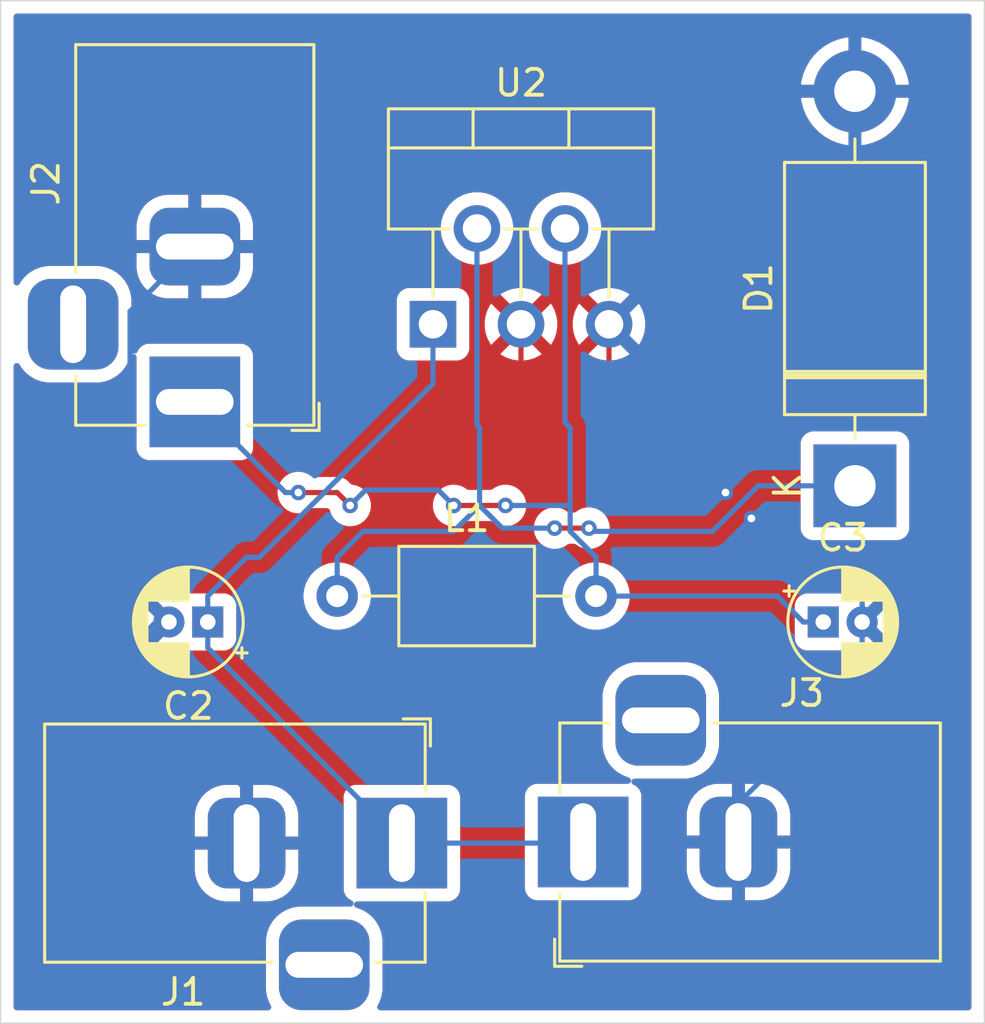
<source format=kicad_pcb>
(kicad_pcb (version 20241229) (generator "pcbnew") (generator_version "9.0")
  (layers (0 "F.Cu" signal) (2 "B.Cu" signal) (13 "F.Paste" user) (15 "B.Paste" user) (5 "F.SilkS" user "F.Silkscreen") (7 "B.SilkS" user "B.Silkscreen") (1 "F.Mask" user) (3 "B.Mask" user) (25 "Edge.Cuts" user))
  (net 0 "")
  (net 1 "Net-(D1-K)")
  (net 2 "Earth")
  (net 3 "Net-(U2-VIN)")
  (net 4 "Net-(U2-FB)")
  (footprint "Connector_BarrelJack:BarrelJack_Horizontal" (layer "F.Cu") (at 55.5 82.5425)
    (property "Reference" "J1" (at -8.45 5.75 0) (layer "F.SilkS"))
    (property "Value" "Jack-DC")
    (fp_line (start -13.8 -4.6) (end 0.9 -4.6) (stroke (width 0.12)) (layer "F.SilkS"))
    (fp_line (start -13.8 4.6) (end -13.8 -4.6) (stroke (width 0.12)) (layer "F.SilkS"))
    (fp_line (start -5 4.6) (end -13.8 4.6) (stroke (width 0.12)) (layer "F.SilkS"))
    (fp_line (start 0.05 -4.8) (end 1.1 -4.8) (stroke (width 0.12)) (layer "F.SilkS"))
    (fp_line (start 0.9 -4.6) (end 0.9 -2) (stroke (width 0.12)) (layer "F.SilkS"))
    (fp_line (start 0.9 1.9) (end 0.9 4.6) (stroke (width 0.12)) (layer "F.SilkS"))
    (fp_line (start 0.9 4.6) (end -1 4.6) (stroke (width 0.12)) (layer "F.SilkS"))
    (fp_line (start 1.1 -3.75) (end 1.1 -4.8) (stroke (width 0.12)) (layer "F.SilkS"))
    (pad "1" thru_hole rect (at 0 0) (size 3.5 3.5) (drill oval 1 3) (layers "*.Cu" "*.Mask") (net 3 "Net-(U2-VIN)"))
    (pad "2" thru_hole roundrect (at -6 0) (size 3 3.5) (drill oval 1 3) (layers "*.Cu" "*.Mask") (net 2 "Earth"))
    (pad "3" thru_hole roundrect (at -3 4.7) (size 3.5 3.5) (drill oval 3 1) (layers "*.Cu" "*.Mask"))
  )
  (footprint "Connector_BarrelJack:BarrelJack_Horizontal" (layer "F.Cu") (at 62.5 82.5 180)
    (property "Reference" "J3" (at -8.45 5.75 0) (layer "F.SilkS"))
    (property "Value" "Jack-DC")
    (fp_line (start 1.1 -3.75) (end 1.1 -4.8) (stroke (width 0.12)) (layer "F.SilkS"))
    (fp_line (start 0.9 4.6) (end -1 4.6) (stroke (width 0.12)) (layer "F.SilkS"))
    (fp_line (start 0.9 1.9) (end 0.9 4.6) (stroke (width 0.12)) (layer "F.SilkS"))
    (fp_line (start 0.9 -4.6) (end 0.9 -2) (stroke (width 0.12)) (layer "F.SilkS"))
    (fp_line (start 0.05 -4.8) (end 1.1 -4.8) (stroke (width 0.12)) (layer "F.SilkS"))
    (fp_line (start -5 4.6) (end -13.8 4.6) (stroke (width 0.12)) (layer "F.SilkS"))
    (fp_line (start -13.8 4.6) (end -13.8 -4.6) (stroke (width 0.12)) (layer "F.SilkS"))
    (fp_line (start -13.8 -4.6) (end 0.9 -4.6) (stroke (width 0.12)) (layer "F.SilkS"))
    (pad "1" thru_hole rect (at 0 0 180) (size 3.5 3.5) (drill oval 1 3) (layers "*.Cu" "*.Mask") (net 3 "Net-(U2-VIN)"))
    (pad "2" thru_hole roundrect (at -6 0 180) (size 3 3.5) (drill oval 1 3) (layers "*.Cu" "*.Mask") (net 2 "Earth"))
    (pad "3" thru_hole roundrect (at -3 4.7 180) (size 3.5 3.5) (drill oval 3 1) (layers "*.Cu" "*.Mask"))
  )
  (footprint "Diode_THT:D_DO-201AD_P15.24mm_Horizontal" (layer "F.Cu") (at 73 68.74 90)
    (property "Reference" "D1" (at 7.62 -3.72 90) (layer "F.SilkS"))
    (property "Value" "1N5821")
    (fp_line (start 12.49 -2.72) (end 2.75 -2.72) (stroke (width 0.12)) (layer "F.SilkS"))
    (fp_line (start 4.415 -2.72) (end 4.415 2.72) (stroke (width 0.12)) (layer "F.SilkS"))
    (fp_line (start 4.295 -2.72) (end 4.295 2.72) (stroke (width 0.12)) (layer "F.SilkS"))
    (fp_line (start 4.175 -2.72) (end 4.175 2.72) (stroke (width 0.12)) (layer "F.SilkS"))
    (fp_line (start 2.75 -2.72) (end 2.75 2.72) (stroke (width 0.12)) (layer "F.SilkS"))
    (fp_line (start 13.4 0) (end 12.49 0) (stroke (width 0.12)) (layer "F.SilkS"))
    (fp_line (start 1.84 0) (end 2.75 0) (stroke (width 0.12)) (layer "F.SilkS"))
    (fp_line (start 12.49 2.72) (end 12.49 -2.72) (stroke (width 0.12)) (layer "F.SilkS"))
    (fp_line (start 2.75 2.72) (end 12.49 2.72) (stroke (width 0.12)) (layer "F.SilkS"))
    (fp_text user "K" (at 0 -2.6 90) (layer "F.SilkS"))
    (pad "1" thru_hole rect (at 0 0 90) (size 3.2 3.2) (drill 1.6) (layers "*.Cu" "*.Mask") (net 1 "Net-(D1-K)"))
    (pad "2" thru_hole oval (at 15.24 0 90) (size 3.2 3.2) (drill 1.6) (layers "*.Cu" "*.Mask") (net 2 "Earth"))
  )
  (footprint "Inductor_THT:L_Axial_L5.0mm_D3.6mm_P10.00mm_Horizontal_Murata_BL01RN1A2A2" (layer "F.Cu") (at 53 73)
    (property "Reference" "L1" (at 5 -3 0) (layer "F.SilkS"))
    (property "Value" "L")
    (fp_line (start 1 0) (end 2.38 0) (stroke (width 0.12)) (layer "F.SilkS"))
    (fp_line (start 2.38 -1.92) (end 2.38 1.92) (stroke (width 0.12)) (layer "F.SilkS"))
    (fp_line (start 2.38 1.92) (end 7.62 1.92) (stroke (width 0.12)) (layer "F.SilkS"))
    (fp_line (start 7.62 -1.92) (end 2.38 -1.92) (stroke (width 0.12)) (layer "F.SilkS"))
    (fp_line (start 7.62 1.92) (end 7.62 -1.92) (stroke (width 0.12)) (layer "F.SilkS"))
    (fp_line (start 9 0) (end 7.62 0) (stroke (width 0.12)) (layer "F.SilkS"))
    (pad "1" thru_hole circle (at 0 0) (size 1.6 1.6) (drill 0.85) (layers "*.Cu" "*.Mask") (net 1 "Net-(D1-K)"))
    (pad "2" thru_hole oval (at 10 0) (size 1.6 1.6) (drill 0.85) (layers "*.Cu" "*.Mask") (net 4 "Net-(U2-FB)"))
  )
  (footprint "Package_TO_SOT_THT:TO-220-5_P3.4x3.7mm_StaggerOdd_Lead3.8mm_Vertical" (layer "F.Cu") (at 56.7 62.5)
    (property "Reference" "U2" (at 3.4 -9.32 0) (layer "F.SilkS"))
    (property "Value" "LM2596T-5")
    (fp_line (start -1.721 -8.32) (end -1.721 -3.679) (stroke (width 0.12)) (layer "F.SilkS"))
    (fp_line (start -1.721 -8.32) (end 8.52 -8.32) (stroke (width 0.12)) (layer "F.SilkS"))
    (fp_line (start -1.721 -6.811) (end 8.52 -6.811) (stroke (width 0.12)) (layer "F.SilkS"))
    (fp_line (start -1.721 -3.679) (end 0.635 -3.679) (stroke (width 0.12)) (layer "F.SilkS"))
    (fp_line (start 0 -3.679) (end 0 -1.049) (stroke (width 0.12)) (layer "F.SilkS"))
    (fp_line (start 1.55 -8.32) (end 1.55 -6.811) (stroke (width 0.12)) (layer "F.SilkS"))
    (fp_line (start 2.765 -3.679) (end 4.035 -3.679) (stroke (width 0.12)) (layer "F.SilkS"))
    (fp_line (start 3.4 -3.679) (end 3.4 -1.065) (stroke (width 0.12)) (layer "F.SilkS"))
    (fp_line (start 5.25 -8.32) (end 5.25 -6.811) (stroke (width 0.12)) (layer "F.SilkS"))
    (fp_line (start 6.165 -3.679) (end 8.52 -3.679) (stroke (width 0.12)) (layer "F.SilkS"))
    (fp_line (start 6.8 -3.679) (end 6.8 -1.065) (stroke (width 0.12)) (layer "F.SilkS"))
    (fp_line (start 8.52 -8.32) (end 8.52 -3.679) (stroke (width 0.12)) (layer "F.SilkS"))
    (pad "1" thru_hole rect (at 0 0) (size 1.8 1.8) (drill 1.1) (layers "*.Cu" "*.Mask") (net 3 "Net-(U2-VIN)"))
    (pad "2" thru_hole circle (at 1.7 -3.7) (size 1.8 1.8) (drill 1.1) (layers "*.Cu" "*.Mask") (net 1 "Net-(D1-K)"))
    (pad "3" thru_hole circle (at 3.4 0) (size 1.8 1.8) (drill 1.1) (layers "*.Cu" "*.Mask") (net 2 "Earth"))
    (pad "4" thru_hole circle (at 5.1 -3.7) (size 1.8 1.8) (drill 1.1) (layers "*.Cu" "*.Mask") (net 4 "Net-(U2-FB)"))
    (pad "5" thru_hole circle (at 6.8 0) (size 1.8 1.8) (drill 1.1) (layers "*.Cu" "*.Mask") (net 2 "Earth"))
  )
  (footprint "Connector_BarrelJack:BarrelJack_Horizontal" (layer "F.Cu") (at 47.5 65.5 -90)
    (property "Reference" "J2" (at -8.45 5.75 90) (layer "F.SilkS"))
    (property "Value" "Jack-DC")
    (fp_line (start -13.8 4.6) (end -13.8 -4.6) (stroke (width 0.12)) (layer "F.SilkS"))
    (fp_line (start -5 4.6) (end -13.8 4.6) (stroke (width 0.12)) (layer "F.SilkS"))
    (fp_line (start 0.9 4.6) (end -1 4.6) (stroke (width 0.12)) (layer "F.SilkS"))
    (fp_line (start 0.9 1.9) (end 0.9 4.6) (stroke (width 0.12)) (layer "F.SilkS"))
    (fp_line (start 1.1 -3.75) (end 1.1 -4.8) (stroke (width 0.12)) (layer "F.SilkS"))
    (fp_line (start -13.8 -4.6) (end 0.9 -4.6) (stroke (width 0.12)) (layer "F.SilkS"))
    (fp_line (start 0.9 -4.6) (end 0.9 -2) (stroke (width 0.12)) (layer "F.SilkS"))
    (fp_line (start 0.05 -4.8) (end 1.1 -4.8) (stroke (width 0.12)) (layer "F.SilkS"))
    (pad "1" thru_hole rect (at 0 0 270) (size 3.5 3.5) (drill oval 1 3) (layers "*.Cu" "*.Mask") (net 4 "Net-(U2-FB)"))
    (pad "2" thru_hole roundrect (at -6 0 270) (size 3 3.5) (drill oval 1 3) (layers "*.Cu" "*.Mask") (net 2 "Earth"))
    (pad "3" thru_hole roundrect (at -3 4.7 270) (size 3.5 3.5) (drill oval 3 1) (layers "*.Cu" "*.Mask"))
  )
  (footprint "Capacitor_THT:CP_Radial_D4.0mm_P1.50mm" (layer "F.Cu") (at 48 74 180)
    (property "Reference" "C2" (at 0.75 -3.25 0) (layer "F.SilkS"))
    (property "Value" "C_Small_US")
    (fp_line (start 2.83 -0.37) (end 2.83 0.37) (stroke (width 0.12)) (layer "F.SilkS"))
    (fp_line (start 2.79 -0.537) (end 2.79 0.537) (stroke (width 0.12)) (layer "F.SilkS"))
    (fp_line (start 2.75 -0.663) (end 2.75 0.663) (stroke (width 0.12)) (layer "F.SilkS"))
    (fp_line (start 2.71 -0.768) (end 2.71 0.768) (stroke (width 0.12)) (layer "F.SilkS"))
    (fp_line (start 2.67 -0.859) (end 2.67 0.859) (stroke (width 0.12)) (layer "F.SilkS"))
    (fp_line (start 2.63 -0.94) (end 2.63 0.94) (stroke (width 0.12)) (layer "F.SilkS"))
    (fp_line (start 2.59 -1.013) (end 2.59 1.013) (stroke (width 0.12)) (layer "F.SilkS"))
    (fp_line (start 2.55 -1.08) (end 2.55 1.08) (stroke (width 0.12)) (layer "F.SilkS"))
    (fp_line (start 2.51 -1.142) (end 2.51 1.142) (stroke (width 0.12)) (layer "F.SilkS"))
    (fp_line (start 2.47 -1.199) (end 2.47 1.199) (stroke (width 0.12)) (layer "F.SilkS"))
    (fp_line (start 2.43 -1.253) (end 2.43 1.253) (stroke (width 0.12)) (layer "F.SilkS"))
    (fp_line (start 2.39 -1.303) (end 2.39 1.303) (stroke (width 0.12)) (layer "F.SilkS"))
    (fp_line (start 2.35 -1.351) (end 2.35 1.351) (stroke (width 0.12)) (layer "F.SilkS"))
    (fp_line (start 2.31 0.84) (end 2.31 1.396) (stroke (width 0.12)) (layer "F.SilkS"))
    (fp_line (start 2.31 -1.396) (end 2.31 -0.84) (stroke (width 0.12)) (layer "F.SilkS"))
    (fp_line (start 2.27 0.84) (end 2.27 1.438) (stroke (width 0.12)) (layer "F.SilkS"))
    (fp_line (start 2.27 -1.438) (end 2.27 -0.84) (stroke (width 0.12)) (layer "F.SilkS"))
    (fp_line (start 2.23 0.84) (end 2.23 1.478) (stroke (width 0.12)) (layer "F.SilkS"))
    (fp_line (start 2.23 -1.478) (end 2.23 -0.84) (stroke (width 0.12)) (layer "F.SilkS"))
    (fp_line (start 2.19 0.84) (end 2.19 1.516) (stroke (width 0.12)) (layer "F.SilkS"))
    (fp_line (start 2.19 -1.516) (end 2.19 -0.84) (stroke (width 0.12)) (layer "F.SilkS"))
    (fp_line (start 2.15 0.84) (end 2.15 1.552) (stroke (width 0.12)) (layer "F.SilkS"))
    (fp_line (start 2.15 -1.552) (end 2.15 -0.84) (stroke (width 0.12)) (layer "F.SilkS"))
    (fp_line (start 2.11 0.84) (end 2.11 1.586) (stroke (width 0.12)) (layer "F.SilkS"))
    (fp_line (start 2.11 -1.586) (end 2.11 -0.84) (stroke (width 0.12)) (layer "F.SilkS"))
    (fp_line (start 2.07 0.84) (end 2.07 1.619) (stroke (width 0.12)) (layer "F.SilkS"))
    (fp_line (start 2.07 -1.619) (end 2.07 -0.84) (stroke (width 0.12)) (layer "F.SilkS"))
    (fp_line (start 2.03 0.84) (end 2.03 1.65) (stroke (width 0.12)) (layer "F.SilkS"))
    (fp_line (start 2.03 -1.65) (end 2.03 -0.84) (stroke (width 0.12)) (layer "F.SilkS"))
    (fp_line (start 1.99 0.84) (end 1.99 1.68) (stroke (width 0.12)) (layer "F.SilkS"))
    (fp_line (start 1.99 -1.68) (end 1.99 -0.84) (stroke (width 0.12)) (layer "F.SilkS"))
    (fp_line (start 1.95 0.84) (end 1.95 1.708) (stroke (width 0.12)) (layer "F.SilkS"))
    (fp_line (start 1.95 -1.708) (end 1.95 -0.84) (stroke (width 0.12)) (layer "F.SilkS"))
    (fp_line (start 1.91 0.84) (end 1.91 1.734) (stroke (width 0.12)) (layer "F.SilkS"))
    (fp_line (start 1.91 -1.734) (end 1.91 -0.84) (stroke (width 0.12)) (layer "F.SilkS"))
    (fp_line (start 1.87 0.84) (end 1.87 1.76) (stroke (width 0.12)) (layer "F.SilkS"))
    (fp_line (start 1.87 -1.76) (end 1.87 -0.84) (stroke (width 0.12)) (layer "F.SilkS"))
    (fp_line (start 1.83 0.84) (end 1.83 1.784) (stroke (width 0.12)) (layer "F.SilkS"))
    (fp_line (start 1.83 -1.784) (end 1.83 -0.84) (stroke (width 0.12)) (layer "F.SilkS"))
    (fp_line (start 1.79 0.84) (end 1.79 1.807) (stroke (width 0.12)) (layer "F.SilkS"))
    (fp_line (start 1.79 -1.807) (end 1.79 -0.84) (stroke (width 0.12)) (layer "F.SilkS"))
    (fp_line (start 1.75 0.84) (end 1.75 1.829) (stroke (width 0.12)) (layer "F.SilkS"))
    (fp_line (start 1.75 -1.829) (end 1.75 -0.84) (stroke (width 0.12)) (layer "F.SilkS"))
    (fp_line (start 1.71 0.84) (end 1.71 1.85) (stroke (width 0.12)) (layer "F.SilkS"))
    (fp_line (start 1.71 -1.85) (end 1.71 -0.84) (stroke (width 0.12)) (layer "F.SilkS"))
    (fp_line (start 1.67 0.84) (end 1.67 1.87) (stroke (width 0.12)) (layer "F.SilkS"))
    (fp_line (start 1.67 -1.87) (end 1.67 -0.84) (stroke (width 0.12)) (layer "F.SilkS"))
    (fp_line (start 1.63 0.84) (end 1.63 1.889) (stroke (width 0.12)) (layer "F.SilkS"))
    (fp_line (start 1.63 -1.889) (end 1.63 -0.84) (stroke (width 0.12)) (layer "F.SilkS"))
    (fp_line (start 1.59 0.84) (end 1.59 1.906) (stroke (width 0.12)) (layer "F.SilkS"))
    (fp_line (start 1.59 -1.906) (end 1.59 -0.84) (stroke (width 0.12)) (layer "F.SilkS"))
    (fp_line (start 1.55 0.84) (end 1.55 1.923) (stroke (width 0.12)) (layer "F.SilkS"))
    (fp_line (start 1.55 -1.923) (end 1.55 -0.84) (stroke (width 0.12)) (layer "F.SilkS"))
    (fp_line (start 1.51 0.84) (end 1.51 1.939) (stroke (width 0.12)) (layer "F.SilkS"))
    (fp_line (start 1.51 -1.939) (end 1.51 -0.84) (stroke (width 0.12)) (layer "F.SilkS"))
    (fp_line (start 1.47 0.84) (end 1.47 1.954) (stroke (width 0.12)) (layer "F.SilkS"))
    (fp_line (start 1.47 -1.954) (end 1.47 -0.84) (stroke (width 0.12)) (layer "F.SilkS"))
    (fp_line (start 1.43 0.84) (end 1.43 1.968) (stroke (width 0.12)) (layer "F.SilkS"))
    (fp_line (start 1.43 -1.968) (end 1.43 -0.84) (stroke (width 0.12)) (layer "F.SilkS"))
    (fp_line (start 1.39 0.84) (end 1.39 1.981) (stroke (width 0.12)) (layer "F.SilkS"))
    (fp_line (start 1.39 -1.981) (end 1.39 -0.84) (stroke (width 0.12)) (layer "F.SilkS"))
    (fp_line (start 1.35 0.84) (end 1.35 1.993) (stroke (width 0.12)) (layer "F.SilkS"))
    (fp_line (start 1.35 -1.993) (end 1.35 -0.84) (stroke (width 0.12)) (layer "F.SilkS"))
    (fp_line (start 1.31 0.84) (end 1.31 2.005) (stroke (width 0.12)) (layer "F.SilkS"))
    (fp_line (start 1.31 -2.005) (end 1.31 -0.84) (stroke (width 0.12)) (layer "F.SilkS"))
    (fp_line (start 1.27 0.84) (end 1.27 2.015) (stroke (width 0.12)) (layer "F.SilkS"))
    (fp_line (start 1.27 -2.015) (end 1.27 -0.84) (stroke (width 0.12)) (layer "F.SilkS"))
    (fp_line (start 1.23 0.84) (end 1.23 2.025) (stroke (width 0.12)) (layer "F.SilkS"))
    (fp_line (start 1.23 -2.025) (end 1.23 -0.84) (stroke (width 0.12)) (layer "F.SilkS"))
    (fp_line (start 1.19 0.84) (end 1.19 2.034) (stroke (width 0.12)) (layer "F.SilkS"))
    (fp_line (start 1.19 -2.034) (end 1.19 -0.84) (stroke (width 0.12)) (layer "F.SilkS"))
    (fp_line (start 1.15 0.84) (end 1.15 2.042) (stroke (width 0.12)) (layer "F.SilkS"))
    (fp_line (start 1.15 -2.042) (end 1.15 -0.84) (stroke (width 0.12)) (layer "F.SilkS"))
    (fp_line (start 1.11 0.84) (end 1.11 2.049) (stroke (width 0.12)) (layer "F.SilkS"))
    (fp_line (start 1.11 -2.049) (end 1.11 -0.84) (stroke (width 0.12)) (layer "F.SilkS"))
    (fp_line (start 1.07 0.84) (end 1.07 2.056) (stroke (width 0.12)) (layer "F.SilkS"))
    (fp_line (start 1.07 -2.056) (end 1.07 -0.84) (stroke (width 0.12)) (layer "F.SilkS"))
    (fp_line (start 1.03 0.84) (end 1.03 2.061) (stroke (width 0.12)) (layer "F.SilkS"))
    (fp_line (start 1.03 -2.061) (end 1.03 -0.84) (stroke (width 0.12)) (layer "F.SilkS"))
    (fp_line (start 0.99 0.84) (end 0.99 2.066) (stroke (width 0.12)) (layer "F.SilkS"))
    (fp_line (start 0.99 -2.066) (end 0.99 -0.84) (stroke (width 0.12)) (layer "F.SilkS"))
    (fp_line (start 0.95 0.84) (end 0.95 2.071) (stroke (width 0.12)) (layer "F.SilkS"))
    (fp_line (start 0.95 -2.071) (end 0.95 -0.84) (stroke (width 0.12)) (layer "F.SilkS"))
    (fp_line (start 0.91 0.84) (end 0.91 2.074) (stroke (width 0.12)) (layer "F.SilkS"))
    (fp_line (start 0.91 -2.074) (end 0.91 -0.84) (stroke (width 0.12)) (layer "F.SilkS"))
    (fp_line (start 0.87 0.84) (end 0.87 2.077) (stroke (width 0.12)) (layer "F.SilkS"))
    (fp_line (start 0.87 -2.077) (end 0.87 -0.84) (stroke (width 0.12)) (layer "F.SilkS"))
    (fp_line (start 0.83 0.84) (end 0.83 2.078) (stroke (width 0.12)) (layer "F.SilkS"))
    (fp_line (start 0.83 -2.078) (end 0.83 -0.84) (stroke (width 0.12)) (layer "F.SilkS"))
    (fp_line (start 0.79 0.84) (end 0.79 2.08) (stroke (width 0.12)) (layer "F.SilkS"))
    (fp_line (start 0.79 -2.08) (end 0.79 -0.84) (stroke (width 0.12)) (layer "F.SilkS"))
    (fp_line (start 0.75 0.84) (end 0.75 2.08) (stroke (width 0.12)) (layer "F.SilkS"))
    (fp_line (start 0.75 -2.08) (end 0.75 -0.84) (stroke (width 0.12)) (layer "F.SilkS"))
    (fp_line (start -1.319801 -1.395) (end -1.319801 -0.995) (stroke (width 0.12)) (layer "F.SilkS"))
    (fp_line (start -1.519801 -1.195) (end -1.119801 -1.195) (stroke (width 0.12)) (layer "F.SilkS"))
    (fp_circle (center 0.75 0) (end 2.87 0) (stroke (width 0.12)) (fill no) (layer "F.SilkS"))
    (pad "1" thru_hole rect (at 0 0 180) (size 1.2 1.2) (drill 0.6) (layers "*.Cu" "*.Mask") (net 3 "Net-(U2-VIN)"))
    (pad "2" thru_hole circle (at 1.5 0 180) (size 1.2 1.2) (drill 0.6) (layers "*.Cu" "*.Mask") (net 2 "Earth"))
  )
  (footprint "Capacitor_THT:CP_Radial_D4.0mm_P1.50mm" (layer "F.Cu") (at 71.777401 74)
    (property "Reference" "C3" (at 0.75 -3.25 0) (layer "F.SilkS"))
    (property "Value" "C_Small_US")
    (fp_line (start -1.519801 -1.195) (end -1.119801 -1.195) (stroke (width 0.12)) (layer "F.SilkS"))
    (fp_line (start -1.319801 -1.395) (end -1.319801 -0.995) (stroke (width 0.12)) (layer "F.SilkS"))
    (fp_line (start 0.75 -2.08) (end 0.75 -0.84) (stroke (width 0.12)) (layer "F.SilkS"))
    (fp_line (start 0.75 0.84) (end 0.75 2.08) (stroke (width 0.12)) (layer "F.SilkS"))
    (fp_line (start 0.79 -2.08) (end 0.79 -0.84) (stroke (width 0.12)) (layer "F.SilkS"))
    (fp_line (start 0.79 0.84) (end 0.79 2.08) (stroke (width 0.12)) (layer "F.SilkS"))
    (fp_line (start 0.83 -2.078) (end 0.83 -0.84) (stroke (width 0.12)) (layer "F.SilkS"))
    (fp_line (start 0.83 0.84) (end 0.83 2.078) (stroke (width 0.12)) (layer "F.SilkS"))
    (fp_line (start 0.87 -2.077) (end 0.87 -0.84) (stroke (width 0.12)) (layer "F.SilkS"))
    (fp_line (start 0.87 0.84) (end 0.87 2.077) (stroke (width 0.12)) (layer "F.SilkS"))
    (fp_line (start 0.91 -2.074) (end 0.91 -0.84) (stroke (width 0.12)) (layer "F.SilkS"))
    (fp_line (start 0.91 0.84) (end 0.91 2.074) (stroke (width 0.12)) (layer "F.SilkS"))
    (fp_line (start 0.95 -2.071) (end 0.95 -0.84) (stroke (width 0.12)) (layer "F.SilkS"))
    (fp_line (start 0.95 0.84) (end 0.95 2.071) (stroke (width 0.12)) (layer "F.SilkS"))
    (fp_line (start 0.99 -2.066) (end 0.99 -0.84) (stroke (width 0.12)) (layer "F.SilkS"))
    (fp_line (start 0.99 0.84) (end 0.99 2.066) (stroke (width 0.12)) (layer "F.SilkS"))
    (fp_line (start 1.03 -2.061) (end 1.03 -0.84) (stroke (width 0.12)) (layer "F.SilkS"))
    (fp_line (start 1.03 0.84) (end 1.03 2.061) (stroke (width 0.12)) (layer "F.SilkS"))
    (fp_line (start 1.07 -2.056) (end 1.07 -0.84) (stroke (width 0.12)) (layer "F.SilkS"))
    (fp_line (start 1.07 0.84) (end 1.07 2.056) (stroke (width 0.12)) (layer "F.SilkS"))
    (fp_line (start 1.11 -2.049) (end 1.11 -0.84) (stroke (width 0.12)) (layer "F.SilkS"))
    (fp_line (start 1.11 0.84) (end 1.11 2.049) (stroke (width 0.12)) (layer "F.SilkS"))
    (fp_line (start 1.15 -2.042) (end 1.15 -0.84) (stroke (width 0.12)) (layer "F.SilkS"))
    (fp_line (start 1.15 0.84) (end 1.15 2.042) (stroke (width 0.12)) (layer "F.SilkS"))
    (fp_line (start 1.19 -2.034) (end 1.19 -0.84) (stroke (width 0.12)) (layer "F.SilkS"))
    (fp_line (start 1.19 0.84) (end 1.19 2.034) (stroke (width 0.12)) (layer "F.SilkS"))
    (fp_line (start 1.23 -2.025) (end 1.23 -0.84) (stroke (width 0.12)) (layer "F.SilkS"))
    (fp_line (start 1.23 0.84) (end 1.23 2.025) (stroke (width 0.12)) (layer "F.SilkS"))
    (fp_line (start 1.27 -2.015) (end 1.27 -0.84) (stroke (width 0.12)) (layer "F.SilkS"))
    (fp_line (start 1.27 0.84) (end 1.27 2.015) (stroke (width 0.12)) (layer "F.SilkS"))
    (fp_line (start 1.31 -2.005) (end 1.31 -0.84) (stroke (width 0.12)) (layer "F.SilkS"))
    (fp_line (start 1.31 0.84) (end 1.31 2.005) (stroke (width 0.12)) (layer "F.SilkS"))
    (fp_line (start 1.35 -1.993) (end 1.35 -0.84) (stroke (width 0.12)) (layer "F.SilkS"))
    (fp_line (start 1.35 0.84) (end 1.35 1.993) (stroke (width 0.12)) (layer "F.SilkS"))
    (fp_line (start 1.39 -1.981) (end 1.39 -0.84) (stroke (width 0.12)) (layer "F.SilkS"))
    (fp_line (start 1.39 0.84) (end 1.39 1.981) (stroke (width 0.12)) (layer "F.SilkS"))
    (fp_line (start 1.43 -1.968) (end 1.43 -0.84) (stroke (width 0.12)) (layer "F.SilkS"))
    (fp_line (start 1.43 0.84) (end 1.43 1.968) (stroke (width 0.12)) (layer "F.SilkS"))
    (fp_line (start 1.47 -1.954) (end 1.47 -0.84) (stroke (width 0.12)) (layer "F.SilkS"))
    (fp_line (start 1.47 0.84) (end 1.47 1.954) (stroke (width 0.12)) (layer "F.SilkS"))
    (fp_line (start 1.51 -1.939) (end 1.51 -0.84) (stroke (width 0.12)) (layer "F.SilkS"))
    (fp_line (start 1.51 0.84) (end 1.51 1.939) (stroke (width 0.12)) (layer "F.SilkS"))
    (fp_line (start 1.55 -1.923) (end 1.55 -0.84) (stroke (width 0.12)) (layer "F.SilkS"))
    (fp_line (start 1.55 0.84) (end 1.55 1.923) (stroke (width 0.12)) (layer "F.SilkS"))
    (fp_line (start 1.59 -1.906) (end 1.59 -0.84) (stroke (width 0.12)) (layer "F.SilkS"))
    (fp_line (start 1.59 0.84) (end 1.59 1.906) (stroke (width 0.12)) (layer "F.SilkS"))
    (fp_line (start 1.63 -1.889) (end 1.63 -0.84) (stroke (width 0.12)) (layer "F.SilkS"))
    (fp_line (start 1.63 0.84) (end 1.63 1.889) (stroke (width 0.12)) (layer "F.SilkS"))
    (fp_line (start 1.67 -1.87) (end 1.67 -0.84) (stroke (width 0.12)) (layer "F.SilkS"))
    (fp_line (start 1.67 0.84) (end 1.67 1.87) (stroke (width 0.12)) (layer "F.SilkS"))
    (fp_line (start 1.71 -1.85) (end 1.71 -0.84) (stroke (width 0.12)) (layer "F.SilkS"))
    (fp_line (start 1.71 0.84) (end 1.71 1.85) (stroke (width 0.12)) (layer "F.SilkS"))
    (fp_line (start 1.75 -1.829) (end 1.75 -0.84) (stroke (width 0.12)) (layer "F.SilkS"))
    (fp_line (start 1.75 0.84) (end 1.75 1.829) (stroke (width 0.12)) (layer "F.SilkS"))
    (fp_line (start 1.79 -1.807) (end 1.79 -0.84) (stroke (width 0.12)) (layer "F.SilkS"))
    (fp_line (start 1.79 0.84) (end 1.79 1.807) (stroke (width 0.12)) (layer "F.SilkS"))
    (fp_line (start 1.83 -1.784) (end 1.83 -0.84) (stroke (width 0.12)) (layer "F.SilkS"))
    (fp_line (start 1.83 0.84) (end 1.83 1.784) (stroke (width 0.12)) (layer "F.SilkS"))
    (fp_line (start 1.87 -1.76) (end 1.87 -0.84) (stroke (width 0.12)) (layer "F.SilkS"))
    (fp_line (start 1.87 0.84) (end 1.87 1.76) (stroke (width 0.12)) (layer "F.SilkS"))
    (fp_line (start 1.91 -1.734) (end 1.91 -0.84) (stroke (width 0.12)) (layer "F.SilkS"))
    (fp_line (start 1.91 0.84) (end 1.91 1.734) (stroke (width 0.12)) (layer "F.SilkS"))
    (fp_line (start 1.95 -1.708) (end 1.95 -0.84) (stroke (width 0.12)) (layer "F.SilkS"))
    (fp_line (start 1.95 0.84) (end 1.95 1.708) (stroke (width 0.12)) (layer "F.SilkS"))
    (fp_line (start 1.99 -1.68) (end 1.99 -0.84) (stroke (width 0.12)) (layer "F.SilkS"))
    (fp_line (start 1.99 0.84) (end 1.99 1.68) (stroke (width 0.12)) (layer "F.SilkS"))
    (fp_line (start 2.03 -1.65) (end 2.03 -0.84) (stroke (width 0.12)) (layer "F.SilkS"))
    (fp_line (start 2.03 0.84) (end 2.03 1.65) (stroke (width 0.12)) (layer "F.SilkS"))
    (fp_line (start 2.07 -1.619) (end 2.07 -0.84) (stroke (width 0.12)) (layer "F.SilkS"))
    (fp_line (start 2.07 0.84) (end 2.07 1.619) (stroke (width 0.12)) (layer "F.SilkS"))
    (fp_line (start 2.11 -1.586) (end 2.11 -0.84) (stroke (width 0.12)) (layer "F.SilkS"))
    (fp_line (start 2.11 0.84) (end 2.11 1.586) (stroke (width 0.12)) (layer "F.SilkS"))
    (fp_line (start 2.15 -1.552) (end 2.15 -0.84) (stroke (width 0.12)) (layer "F.SilkS"))
    (fp_line (start 2.15 0.84) (end 2.15 1.552) (stroke (width 0.12)) (layer "F.SilkS"))
    (fp_line (start 2.19 -1.516) (end 2.19 -0.84) (stroke (width 0.12)) (layer "F.SilkS"))
    (fp_line (start 2.19 0.84) (end 2.19 1.516) (stroke (width 0.12)) (layer "F.SilkS"))
    (fp_line (start 2.23 -1.478) (end 2.23 -0.84) (stroke (width 0.12)) (layer "F.SilkS"))
    (fp_line (start 2.23 0.84) (end 2.23 1.478) (stroke (width 0.12)) (layer "F.SilkS"))
    (fp_line (start 2.27 -1.438) (end 2.27 -0.84) (stroke (width 0.12)) (layer "F.SilkS"))
    (fp_line (start 2.27 0.84) (end 2.27 1.438) (stroke (width 0.12)) (layer "F.SilkS"))
    (fp_line (start 2.31 -1.396) (end 2.31 -0.84) (stroke (width 0.12)) (layer "F.SilkS"))
    (fp_line (start 2.31 0.84) (end 2.31 1.396) (stroke (width 0.12)) (layer "F.SilkS"))
    (fp_line (start 2.35 -1.351) (end 2.35 1.351) (stroke (width 0.12)) (layer "F.SilkS"))
    (fp_line (start 2.39 -1.303) (end 2.39 1.303) (stroke (width 0.12)) (layer "F.SilkS"))
    (fp_line (start 2.43 -1.253) (end 2.43 1.253) (stroke (width 0.12)) (layer "F.SilkS"))
    (fp_line (start 2.47 -1.199) (end 2.47 1.199) (stroke (width 0.12)) (layer "F.SilkS"))
    (fp_line (start 2.51 -1.142) (end 2.51 1.142) (stroke (width 0.12)) (layer "F.SilkS"))
    (fp_line (start 2.55 -1.08) (end 2.55 1.08) (stroke (width 0.12)) (layer "F.SilkS"))
    (fp_line (start 2.59 -1.013) (end 2.59 1.013) (stroke (width 0.12)) (layer "F.SilkS"))
    (fp_line (start 2.63 -0.94) (end 2.63 0.94) (stroke (width 0.12)) (layer "F.SilkS"))
    (fp_line (start 2.67 -0.859) (end 2.67 0.859) (stroke (width 0.12)) (layer "F.SilkS"))
    (fp_line (start 2.71 -0.768) (end 2.71 0.768) (stroke (width 0.12)) (layer "F.SilkS"))
    (fp_line (start 2.75 -0.663) (end 2.75 0.663) (stroke (width 0.12)) (layer "F.SilkS"))
    (fp_line (start 2.79 -0.537) (end 2.79 0.537) (stroke (width 0.12)) (layer "F.SilkS"))
    (fp_line (start 2.83 -0.37) (end 2.83 0.37) (stroke (width 0.12)) (layer "F.SilkS"))
    (fp_circle (center 0.75 0) (end 2.87 0) (stroke (width 0.12)) (fill no) (layer "F.SilkS"))
    (pad "1" thru_hole rect (at 0 0) (size 1.2 1.2) (drill 0.6) (layers "*.Cu" "*.Mask") (net 4 "Net-(U2-FB)"))
    (pad "2" thru_hole circle (at 1.5 0) (size 1.2 1.2) (drill 0.6) (layers "*.Cu" "*.Mask") (net 2 "Earth"))
  )
  (gr_line (start 40 50) (end 78 50) (stroke (width 0.05)) (layer "Edge.Cuts"))
  (gr_line (start 40 89.5) (end 40 50) (stroke (width 0.05)) (layer "Edge.Cuts"))
  (gr_line (start 78 50) (end 78 89.5) (stroke (width 0.05)) (layer "Edge.Cuts"))
  (gr_line (start 78 89.5) (end 40 89.5) (stroke (width 0.05)) (layer "Edge.Cuts"))
  (segment (start 61.624265 70.375735) (end 61.5 70.5) (width 0.2) (layer "F.Cu") (net 1))
  (segment (start 62.724265 70.375735) (end 61.624265 70.375735) (width 0.2) (layer "F.Cu") (net 1))
  (segment (start 61.5 70.5) (end 61.4 70.4) (width 0.2) (layer "F.Cu") (net 1))
  (segment (start 61.4 70.4) (end 61.4 70.375735) (width 0.2) (layer "F.Cu") (net 1))
  (via (at 61.4 70.375735) (size 0.6) (drill 0.3) (layers "F.Cu" "B.Cu") (net 1))
  (via (at 62.724265 70.375735) (size 0.6) (drill 0.3) (layers "F.Cu" "B.Cu") (net 1))
  (segment (start 53 73.5) (end 53 71.5) (width 0.2) (layer "B.Cu") (net 1))
  (segment (start 58.5 69.5) (end 58.5 66.5) (width 0.2) (layer "B.Cu") (net 1))
  (segment (start 69.26 68.74) (end 67.5 70.5) (width 0.2) (layer "B.Cu") (net 1))
  (segment (start 57.5 70.5) (end 58.5 69.5) (width 0.2) (layer "B.Cu") (net 1))
  (segment (start 58.4 58.8) (end 58.4 66.4) (width 0.2) (layer "B.Cu") (net 1))
  (segment (start 58.4 66.4) (end 58.5 66.5) (width 0.2) (layer "B.Cu") (net 1))
  (segment (start 67.5 70.5) (end 62.84853 70.5) (width 0.2) (layer "B.Cu") (net 1))
  (segment (start 54 70.5) (end 57.5 70.5) (width 0.2) (layer "B.Cu") (net 1))
  (segment (start 62.84853 70.5) (end 62.724265 70.375735) (width 0.2) (layer "B.Cu") (net 1))
  (segment (start 59.375735 70.375735) (end 58.5 69.5) (width 0.2) (layer "B.Cu") (net 1))
  (segment (start 61.4 70.375735) (end 59.375735 70.375735) (width 0.2) (layer "B.Cu") (net 1))
  (segment (start 73 68.74) (end 69.26 68.74) (width 0.2) (layer "B.Cu") (net 1))
  (segment (start 53 71.5) (end 54 70.5) (width 0.2) (layer "B.Cu") (net 1))
  (segment (start 68 69) (end 69 70) (width 0.2) (layer "F.Cu") (net 2))
  (segment (start 60.5 65.5) (end 63.2 65.5) (width 0.2) (layer "F.Cu") (net 2))
  (segment (start 63.2 65.5) (end 63.5 65.2) (width 0.2) (layer "F.Cu") (net 2))
  (segment (start 60.1 62.5) (end 60.1 65.1) (width 0.2) (layer "F.Cu") (net 2))
  (segment (start 60.1 65.1) (end 60.5 65.5) (width 0.2) (layer "F.Cu") (net 2))
  (segment (start 63.5 65.2) (end 63.5 62.5) (width 0.2) (layer "F.Cu") (net 2))
  (via (at 69 70) (size 0.6) (drill 0.3) (layers "F.Cu" "B.Cu") (net 2))
  (via (at 68 69) (size 0.6) (drill 0.3) (layers "F.Cu" "B.Cu") (net 2))
  (segment (start 70 71) (end 72 71) (width 0.2) (layer "B.Cu") (net 2))
  (segment (start 72 71) (end 73.277401 72.277401) (width 0.2) (layer "B.Cu") (net 2))
  (segment (start 68.5 81) (end 68.5 82.5) (width 0.2) (layer "B.Cu") (net 2))
  (segment (start 73 53.5) (end 69.5 53.5) (width 0.2) (layer "B.Cu") (net 2))
  (segment (start 68 59.5) (end 68 66) (width 0.2) (layer "B.Cu") (net 2))
  (segment (start 53.5 57) (end 65.5 57) (width 0.2) (layer "B.Cu") (net 2))
  (segment (start 73.277401 72.277401) (end 73.277401 74) (width 0.2) (layer "B.Cu") (net 2))
  (segment (start 47.5 59.5) (end 51 59.5) (width 0.2) (layer "B.Cu") (net 2))
  (segment (start 65.5 57) (end 68 59.5) (width 0.2) (layer "B.Cu") (net 2))
  (segment (start 67 67) (end 67 68) (width 0.2) (layer "B.Cu") (net 2))
  (segment (start 47.5 59.5) (end 45 62) (width 0.2) (layer "B.Cu") (net 2))
  (segment (start 68.5 54.5) (end 68 55) (width 0.2) (layer "B.Cu") (net 2))
  (segment (start 46.5 74) (end 46 74) (width 0.2) (layer "B.Cu") (net 2))
  (segment (start 69 70) (end 70 71) (width 0.2) (layer "B.Cu") (net 2))
  (segment (start 45 72.5) (end 46.5 74) (width 0.2) (layer "B.Cu") (net 2))
  (segment (start 45 75) (end 45 76) (width 0.2) (layer "B.Cu") (net 2))
  (segment (start 49.5 80.5) (end 49.5 82.5425) (width 0.2) (layer "B.Cu") (net 2))
  (segment (start 68 66) (end 67 67) (width 0.2) (layer "B.Cu") (net 2))
  (segment (start 73.277401 74) (end 73.277401 76.222599) (width 0.2) (layer "B.Cu") (net 2))
  (segment (start 51 59.5) (end 53.5 57) (width 0.2) (layer "B.Cu") (net 2))
  (segment (start 73.277401 76.222599) (end 68.5 81) (width 0.2) (layer "B.Cu") (net 2))
  (segment (start 45 76) (end 49.5 80.5) (width 0.2) (layer "B.Cu") (net 2))
  (segment (start 45 62) (end 45 72.5) (width 0.2) (layer "B.Cu") (net 2))
  (segment (start 68 55) (end 68 59.5) (width 0.2) (layer "B.Cu") (net 2))
  (segment (start 67 68) (end 68 69) (width 0.2) (layer "B.Cu") (net 2))
  (segment (start 46 74) (end 45 75) (width 0.2) (layer "B.Cu") (net 2))
  (segment (start 69.5 53.5) (end 68.5 54.5) (width 0.2) (layer "B.Cu") (net 2))
  (segment (start 56.7 64.8) (end 56.7 62.5) (width 0.2) (layer "B.Cu") (net 3))
  (segment (start 55.5 82.5) (end 55.5 82.5425) (width 0.2) (layer "B.Cu") (net 3))
  (segment (start 48 73) (end 49.5 71.5) (width 0.2) (layer "B.Cu") (net 3))
  (segment (start 48 75) (end 55.5 82.5) (width 0.2) (layer "B.Cu") (net 3))
  (segment (start 50 71.5) (end 56.7 64.8) (width 0.2) (layer "B.Cu") (net 3))
  (segment (start 55.5 82.5425) (end 62.4575 82.5425) (width 0.2) (layer "B.Cu") (net 3))
  (segment (start 49.5 71.5) (end 50 71.5) (width 0.2) (layer "B.Cu") (net 3))
  (segment (start 62.4575 82.5425) (end 62.5 82.5) (width 0.2) (layer "B.Cu") (net 3))
  (segment (start 48 74) (end 48 73) (width 0.2) (layer "B.Cu") (net 3))
  (segment (start 48 74) (end 48 75) (width 0.2) (layer "B.Cu") (net 3))
  (segment (start 51.5 69) (end 53 69) (width 0.2) (layer "F.Cu") (net 4))
  (segment (start 57.5 69.5) (end 59.5 69.5) (width 0.2) (layer "F.Cu") (net 4))
  (segment (start 53 69) (end 53.5 69.5) (width 0.2) (layer "F.Cu") (net 4))
  (via (at 59.5 69.5) (size 0.6) (drill 0.3) (layers "F.Cu" "B.Cu") (net 4))
  (via (at 51.5 69) (size 0.6) (drill 0.3) (layers "F.Cu" "B.Cu") (net 4))
  (via (at 53.5 69.5) (size 0.6) (drill 0.3) (layers "F.Cu" "B.Cu") (net 4))
  (via (at 57.5 69.5) (size 0.6) (drill 0.3) (layers "F.Cu" "B.Cu") (net 4))
  (segment (start 47.5 65.5) (end 51 69) (width 0.2) (layer "B.Cu") (net 4))
  (segment (start 63 71.5) (end 62 70.5) (width 0.2) (layer "B.Cu") (net 4))
  (segment (start 71 74) (end 70 73) (width 0.2) (layer "B.Cu") (net 4))
  (segment (start 61.8 58.8) (end 61.8 66.3) (width 0.2) (layer "B.Cu") (net 4))
  (segment (start 51 69) (end 51.5 69) (width 0.2) (layer "B.Cu") (net 4))
  (segment (start 71.777401 74) (end 71 74) (width 0.2) (layer "B.Cu") (net 4))
  (segment (start 63 73.5) (end 63 71.5) (width 0.2) (layer "B.Cu") (net 4))
  (segment (start 63 73) (end 70 73) (width 0.2) (layer "B.Cu") (net 4))
  (segment (start 56.901 68.901) (end 57.5 69.5) (width 0.2) (layer "B.Cu") (net 4))
  (segment (start 62 70.5) (end 62 69.5) (width 0.2) (layer "B.Cu") (net 4))
  (segment (start 54.099 68.901) (end 56.901 68.901) (width 0.2) (layer "B.Cu") (net 4))
  (segment (start 61.8 66.3) (end 62 66.5) (width 0.2) (layer "B.Cu") (net 4))
  (segment (start 62 69.5) (end 62 66.5) (width 0.2) (layer "B.Cu") (net 4))
  (segment (start 59.5 69.5) (end 62 69.5) (width 0.2) (layer "B.Cu") (net 4))
  (segment (start 53.5 69.5) (end 54.099 68.901) (width 0.2) (layer "B.Cu") (net 4))
  (zone (net 2) (net_name "Earth") (layer "F.Cu") (connect_pads (clearance 0.5)) (min_thickness 0.25) (fill yes (thermal_gap 0.5) (thermal_bridge_width 0.5))
    (polygon (pts (xy 40 50) (xy 78 50) (xy 78 89.5) (xy 40 89.5)))
  )
  (zone (net 2) (net_name "Earth") (layer "B.Cu") (priority 1) (connect_pads (clearance 0.5)) (min_thickness 0.25) (fill yes (thermal_gap 0.5) (thermal_bridge_width 0.5))
    (polygon (pts (xy 78 50) (xy 40 50) (xy 40 89.5) (xy 78 89.5)))
  )
)
</source>
